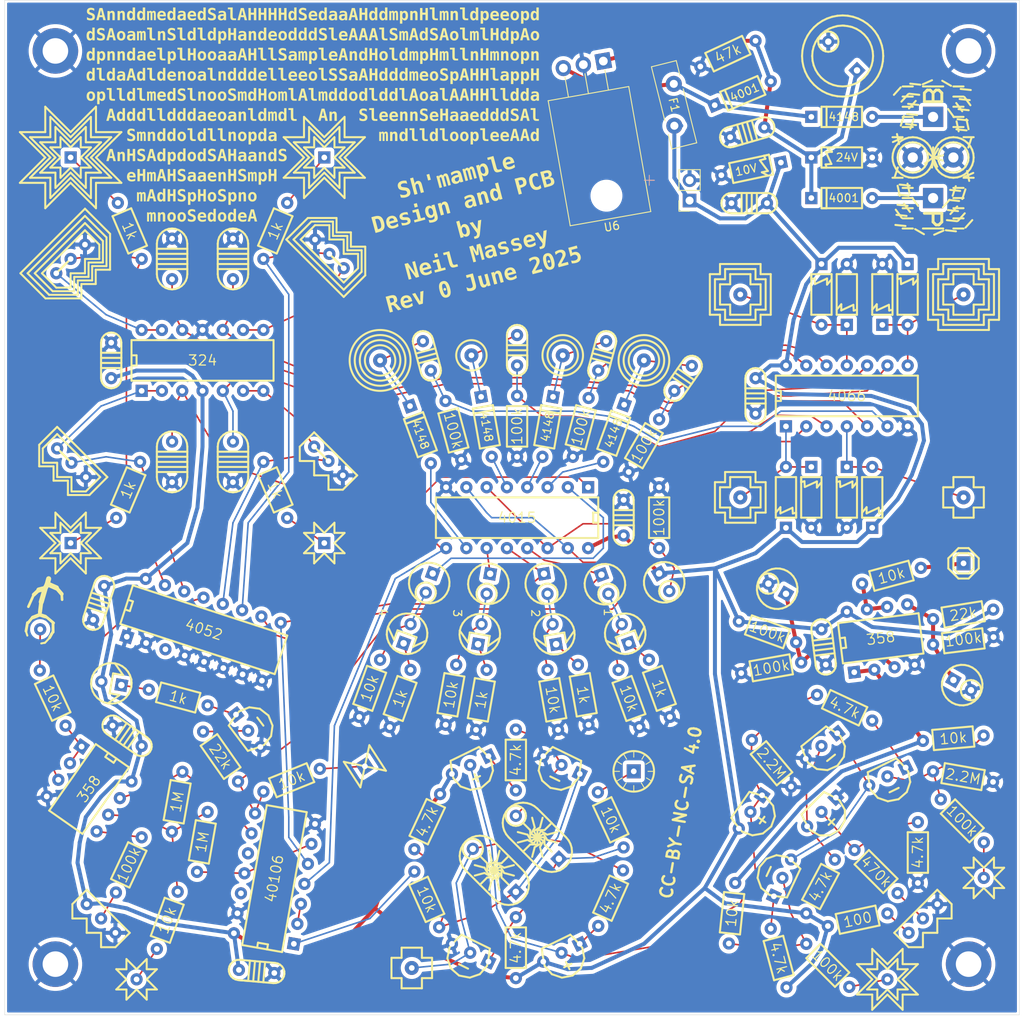
<source format=kicad_pcb>
(kicad_pcb (version 20241229) (generator "pcbnew") (generator_version "9.0")
  (layers (0 "F.Cu" signal) (2 "B.Cu" signal) (13 "F.Paste" user) (15 "B.Paste" user) (5 "F.SilkS" user "F.Silkscreen") (7 "B.SilkS" user "B.Silkscreen") (1 "F.Mask" user) (3 "B.Mask" user) (25 "Edge.Cuts" user))
  (net 0 "")
  (net 1 "GND")
  (net 2 "MIDO")
  (net 3 "Net-(Q6-C)")
  (net 4 "Net-(Q8-C)")
  (net 5 "Net-(Q1-C)")
  (net 6 "Net-(Q1-B)")
  (net 7 "Net-(Q1-E)")
  (net 8 "Net-(Q2-B)")
  (net 9 "+9V")
  (net 10 "Net-(Q4-C)")
  (net 11 "Net-(Q10-B)")
  (net 12 "Net-(R1-Pad1)")
  (net 13 "Pulse")
  (net 14 "Net-(Q7-C)")
  (net 15 "Net-(Q9-B)")
  (net 16 "SW1")
  (net 17 "SW2")
  (net 18 "Q2")
  (net 19 "SW3")
  (net 20 "SW4")
  (net 21 "Net-(Q7-B)")
  (net 22 "Net-(Q9-C)")
  (net 23 "Net-(U5A-+)")
  (net 24 "Net-(U5B-+)")
  (net 25 "Net-(U5C-+)")
  (net 26 "Net-(U5D-+)")
  (net 27 "Net-(D1-K)")
  (net 28 "Net-(D1-A)")
  (net 29 "Net-(D2-K)")
  (net 30 "Net-(D2-A)")
  (net 31 "Net-(D3-A)")
  (net 32 "Net-(D3-K)")
  (net 33 "Net-(D4-K)")
  (net 34 "Net-(D4-A)")
  (net 35 "Net-(D5-K)")
  (net 36 "Net-(Q2-E)")
  (net 37 "Net-(Q4-B)")
  (net 38 "Net-(Q5-B)")
  (net 39 "Net-(Q10-C)")
  (net 40 "Net-(R2-Pad1)")
  (net 41 "Net-(R7-Pad1)")
  (net 42 "Net-(U1A-+)")
  (net 43 "Net-(R8-Pad1)")
  (net 44 "Net-(R15-Pad2)")
  (net 45 "Data")
  (net 46 "Net-(R33-Pad2)")
  (net 47 "Net-(U5A--)")
  (net 48 "Net-(U5B--)")
  (net 49 "Net-(R34-Pad2)")
  (net 50 "Net-(U5C--)")
  (net 51 "Net-(R35-Pad2)")
  (net 52 "Net-(R36-Pad2)")
  (net 53 "Net-(U5D--)")
  (net 54 "Net-(D15-K)")
  (net 55 "Net-(D17-A)")
  (net 56 "Net-(D19-A)")
  (net 57 "Net-(D21-A)")
  (net 58 "Net-(U3A-CP)")
  (net 59 "Hi")
  (net 61 "Net-(D10-K)")
  (net 62 "Net-(D12-K)")
  (net 63 "Net-(D13-K)")
  (net 64 "Net-(D6-A)")
  (net 65 "Net-(D6-K)")
  (net 66 "Net-(D7-K)")
  (net 67 "Batt")
  (net 68 "Net-(D14-K)")
  (net 69 "Net-(D13-A)")
  (net 70 "Net-(D14-A)")
  (net 71 "RST")
  (net 72 "Net-(R41-Pad1)")
  (net 73 "Net-(R46-Pad2)")
  (net 74 "Net-(U1B-+)")
  (net 75 "Q1")
  (net 76 "Net-(U7-X)")
  (net 77 "Net-(R48-Pad2)")
  (net 79 "Net-(R11-Pad2)")
  (net 80 "Net-(U2-Pad2)")
  (net 82 "Net-(R50-Pad1)")
  (net 83 "Net-(U8B-+)")
  (net 84 "Net-(U8B--)")
  (net 85 "Net-(R39-Pad2)")
  (net 86 "Net-(U7-X0)")
  (net 87 "Net-(U8A--)")
  (net 88 "Net-(U3B-Q3)")
  (net 89 "Net-(U3B-Q4)")
  (net 90 "Net-(D10-A)")
  (net 91 "Net-(D12-A)")
  (net 92 "Net-(U7-X1)")
  (net 93 "Net-(U7-X3)")
  (net 94 "Net-(U7-X2)")
  (net 95 "Net-(R49-Pad1)")
  (footprint "diy-nabra:cpoly105" (layer "F.Cu") (at 33.654999 73.025 90)
    (property "Reference" "C10")
    (property "Value" "1uF" (hide yes))
  )
  (footprint "diy-nabra:wsqu4in" (layer "F.Cu") (at 132.715 49.53 -90)
    (property "Reference" "TP10")
    (property "Value" "In-4" (hide yes))
  )
  (footprint "diy-nabra:r3" (layer "F.Cu") (at 94.615 65.155887 -120)
    (property "Reference" "R23")
    (property "Value" "100k")
  )
  (footprint "diy-nabra:r3" (layer "F.Cu") (at 86.995 128.575608 66)
    (property "Reference" "R17")
    (property "Value" "4.7k")
  )
  (footprint "diy-nabra:cel1" (layer "F.Cu") (at 65.405 86.841819 70)
    (property "Reference" "C25")
    (property "Value" "10uF" (hide yes))
  )
  (footprint "diy-nabra:wcirc3in" (layer "F.Cu") (at 92.71 57.785)
    (property "Reference" "TP16")
    (property "Value" "Pls-3" (hide yes))
  )
  (footprint "diy-nabra:r3" (layer "F.Cu") (at 135.255 118.11 135)
    (property "Reference" "R15")
    (property "Value" "100k")
  )
  (footprint "diy-nabra:dip14" (layer "F.Cu") (at 29.845 53.975)
    (property "Reference" "U5")
    (property "Value" "324")
  )
  (footprint "diy-nabra:doz3" (layer "F.Cu") (at 118.11 53.34 90)
    (property "Reference" "D20")
    (property "Value" "9V1" (hide yes))
  )
  (footprint "Package_TO_SOT_THT:TO-220-3_Horizontal_TabDown" (layer "F.Cu") (at 87.63 20.32 -170)
    (property "Reference" "U6")
    (property "Value" "LM7809_TO220")
  )
  (footprint "diy-nabra:r3" (layer "F.Cu") (at 110.557201 136.265355 105)
    (property "Reference" "R9")
    (property "Value" "4.7k")
  )
  (footprint "diy-nabra:r3" (layer "F.Cu") (at 76.680924 135.100917 90)
    (property "Reference" "R18")
    (property "Value" "4.7k")
  )
  (footprint "diy-nabra:do3" (layer "F.Cu") (at 81.333199 62.345765 -100)
    (property "Reference" "D12")
    (property "Value" "4148")
  )
  (footprint "diy-nabra:wnob" (layer "F.Cu") (at 125.838949 129.431052 45)
    (property "Reference" "RV1")
    (property "Value" "B50k" (hide yes))
  )
  (footprint "diy-nabra:r3" (layer "F.Cu") (at 36.776801 121.804235 80)
    (property "Reference" "R11")
    (property "Value" "1M")
  )
  (footprint "diy-nabra:cpoly105" (layer "F.Cu") (at 41.275 73.025 90)
    (property "Reference" "C9")
    (property "Value" "1uF" (hide yes))
  )
  (footprint "diy-nabra:cpoly105" (layer "F.Cu") (at 41.274999 42.545 -90)
    (property "Reference" "C11")
    (property "Value" "1uF" (hide yes))
  )
  (footprint "diy-nabra:wtrin2" (layer "F.Cu") (at 123.19 135.255 90)
    (property "Reference" "TP1")
    (property "Value" "Inv" (hide yes))
  )
  (footprint "diy-nabra:led" (layer "F.Cu") (at 90.805 93.191819 110)
    (property "Reference" "D1")
    (property "Value" "LED" (hide yes))
  )
  (footprint "diy-nabra:do3" (layer "F.Cu") (at 113.665 27.305)
    (property "Reference" "D9")
    (property "Value" "4148")
  )
  (footprint "diy-nabra:wsquin" (layer "F.Cu") (at 63.654077 133.830917 -90)
    (property "Reference" "TP18")
    (property "Value" "Brown" (hide yes))
  )
  (footprint "diy-nabra:doz3" (layer "F.Cu") (at 113.665 71.12 -90)
    (property "Reference" "D18")
    (property "Value" "9V1" (hide yes))
  )
  (footprint "diy-nabra:dip8" (layer "F.Cu") (at 28.575 110.49 -125)
    (property "Reference" "U8")
    (property "Value" "358")
  )
  (footprint "diy-nabra:wcmp_out" (layer "F.Cu") (at 57.785 108.585 33)
    (property "Reference" "TP12")
    (property "Value" "Cmp-Out" (hide yes))
  )
  (footprint "diy-nabra:doz3" (layer "F.Cu") (at 118.11 71.12 -90)
    (property "Reference" "D15")
    (property "Value" "9V1" (hide yes))
  )
  (footprint "diy-nabra:r3" (layer "F.Cu") (at 26.67 77.499247 67)
    (property "Reference" "R34")
    (property "Value" "1k")
  )
  (footprint "diy-nabra:r3" (layer "F.Cu") (at 92.141193 103.680458 110)
    (property "Reference" "R42")
    (property "Value" "10k")
  )
  (footprint "diy-nabra:do3" (layer "F.Cu") (at 63.433807 63.5 -70)
    (property "Reference" "D14")
    (property "Value" "4148")
  )
  (footprint "diy-nabra:wclk_out" (layer "F.Cu") (at 91.44 109.22)
    (property "Reference" "TP20")
    (property "Value" "Clk-Out" (hide yes))
  )
  (footprint "diy-nabra:wvout" (layer "F.Cu") (at 132.715 83.185 180)
    (property "Reference" "TP13")
    (property "Value" "Hi" (hide yes))
  )
  (footprint "diy-nabra:qpnp" (layer "F.Cu") (at 114.935 114.3 45)
    (property "Reference" "Q2")
    (property "Value" "BC557" (hide yes))
  )
  (footprint "diy-nabra:doz3" (layer "F.Cu") (at 110.49 78.74 90)
    (property "Reference" "D17")
    (property "Value" "9V1" (hide yes))
  )
  (footprint "diy-nabra:r3" (layer "F.Cu") (at 67.891801 103.389235 80)
    (property "Reference" "R44")
    (property "Value" "10k")
  )
  (footprint "diy-nabra:cpoly104_small" (layer "F.Cu") (at 106.68 60.0075 -90)
    (property "Reference" "C2")
    (property "Value" "100nF" (hide yes))
  )
  (footprint "diy-nabra:wcircin" (layer "F.Cu") (at 71.12 57.15)
    (property "Reference" "TP14")
    (property "Value" "Pls-1" (hide yes))
  )
  (footprint "diy-nabra:r3" (layer "F.Cu") (at 127.635 105.41 5)
    (property "Reference" "R13")
    (property "Value" "10k")
  )
  (footprint "diy-nabra:r3" (layer "F.Cu") (at 95.951194 102.410458 110)
    (property "Reference" "R25")
    (property "Value" "1k")
  )
  (footprint "MountingHole:MountingHole_3.2mm_M3_ISO7380_Pad" (layer "F.Cu") (at 19.05 133.35)
    (property "Reference" "H4" (hide yes))
    (property "Value" "MountingHole_Pad")
  )
  (footprint "diy-nabra:r3" (layer "F.Cu") (at 104.14 123.19 -96)
    (property "Reference" "R5")
    (property "Value" "10k")
  )
  (footprint "diy-nabra:wnob4" (layer "F.Cu") (at 19.158949 46.881051 45)
    (property "Reference" "RV3")
    (property "Value" "4_W" (hide yes))
  )
  (footprint "diy-nabra:r3" (layer "F.Cu") (at 127 115.57 -90)
    (property "Reference" "R6")
    (property "Value" "4.7k")
  )
  (footprint "diy-nabra:wnob" (layer "F.Cu") (at 22.968949 125.838949 -45)
    (property "Reference" "RV2")
    (property "Value" "B50k" (hide yes))
  )
  (footprint "diy-nabra:cpoly103" (layer "F.Cu") (at 96.52 61.595 55)
    (property "Reference" "C6")
    (property "Value" "10nF" (hide yes))
  )
  (footprint "Fuse:Fuse_Bourns_MF-RG500" (layer "F.Cu") (at 96.450553 23.174287 -76)
    (property "Reference" "F1")
    (property "Value" "500mA")
  )
  (footprint "diy-nabra:wsqu3in" (layer "F.Cu") (at 104.775 49.53 -90)
    (property "Reference" "TP8")
    (property "Value" "In-2" (hide yes))
  )
  (footprint "diy-nabra:wtrin" (layer "F.Cu") (at 135.255 122.555 90)
    (property "Reference" "TP3")
    (property "Value" "Ver" (hide yes))
  )
  (footprint "diy-nabra:cpoly103" (layer "F.Cu") (at 86.995 59.055 75)
    (property "Reference" "C5")
    (property "Value" "10nF" (hide yes))
  )
  (footprint "diy-nabra:qnpn" (layer "F.Cu") (at 43.18 104.14 127)
    (property "Reference" "Q10")
    (property "Value" "BC547" (hide yes))
  )
  (footprint "diy-nabra:powern" (layer "F.Cu") (at 128.905 37.465 90)
    (property "Reference" "J1")
    (property "Value" "Conn_01x04_Socket" (hide yes))
  )
  (footprint "diy-nabra:cel1" (layer "F.Cu") (at 108.290295 85.725 -30)
    (property "Reference" "C1")
    (property "Value" "10uF" (hide yes))
  )
  (footprint "diy-nabra:doz3" (layer "F.Cu") (at 114.935 45.72 -90)
    (property "Reference" "D19")
    (property "Value" "9V1" (hide yes))
  )
  (footprint "diy-nabra:do3" (layer "F.Cu") (at 101.570753 25.837371 23)
    (property "Reference" "D7")
    (property "Value" "4001")
  )
  (footprint "diy-nabra:doz3" (layer "F.Cu") (at 113.665 32.385)
    (property "Reference" "D8")
    (property "Value" "24V")
  )
  (footprint "diy-nabra:r3" (layer "F.Cu") (at 119.071846 119.071846 -45)
    (property "Reference" "R2")
    (property "Value" "470k")
  )
  (footprint "diy-nabra:cpoly104_small" (layer "F.Cu") (at 29.845 106.045 145)
    (property "Reference" "C28")
    (property "Value" "100nF" (hide yes))
  )
  (footprint "diy-nabra:cel1" (layer "F.Cu") (at 95.885 86.654705 120)
    (property "Reference" "C26")
    (property "Value" "10uF" (hide yes))
  )
  (footprint "diy-nabra:led" (layer "F.Cu") (at 71.948934 93.306412 80)
    (property "Reference" "D3")
    (property "Value" "LED" (hide yes))
  )
  (footprint "MountingHole:MountingHole_3.2mm_M3_ISO7380_Pad" (layer "F.Cu") (at 133.35 133.35)
    (property "Reference" "H3" (hide yes))
    (property "Value" "MountingHole_Pad")
  )
  (footprint "diy-nabra:r3" (layer "F.Cu") (at 136.431185 88.97797 -171)
    (property "Reference" "R37")
    (property "Value" "22k")
  )
  (footprint "diy-nabra:qnpn" (layer "F.Cu") (at 110.05155 122.555 -115)
    (property "Reference" "Q1")
    (property "Value" "BC547" (hide yes))
  )
  (footprint "diy-nabra:wsquin" (layer "F.Cu") (at 132.715 74.93 -90)
    (property "Reference" "TP4")
    (property "Value" "In-1" (hide yes))
  )
  (footprint "diy-nabra:r3" (layer "F.Cu") (at 113.03 127 62)
    (property "Reference" "R10")
    (property "Value" "4.7k")
  )
  (footprint "diy-nabra:r3" (layer "F.Cu") (at 30.739646 98.992799 -15)
    (property "Reference" "R32")
    (property "Value" "1k")
  )
  (footprint "diy-nabra:r3" (layer "F.Cu") (at 48.062371 77.499247 113)
    (property "Reference" "R33")
    (property "Value" "1k")
  )
  (footprint "diy-nabra:cel1" (layer "F.Cu") (at 88.265 86.995 110)
    (property "Reference" "C22")
    (property "Value" "10uF" (hide yes))
  )
  (footprint "diy-nabra:r3" (layer "F.Cu") (at 34.356193 124.284542 -110)
    (property "Reference" "R8")
    (property "Value" "10k")
  )
  (footprint "diy-nabra:r3" (layer "F.Cu") (at 26.867629 38.070753 -67)
    (property "Reference" "R36")
    (property "Value" "1k")
  )
  (footprint "diy-nabra:r3" (layer "F.Cu") (at 17.099648 96.598934 -65)
    (property "Reference" "R48")
    (property "Value" "10k")
  )
  (footprint "diy-nabra:r3" (layer "F.Cu") (at 71.701801 104.024235 80)
    (property "Reference" "R27")
    (property "Value" "1k")
  )
  (footprint "diy-nabra:r3" (layer "F.Cu") (at 86.949649 111.838935 -65)
    (property "Reference" "R39")
    (property "Value" "10k")
  )
  (footprint "diy-nabra:cel1" (layer "F.Cu") (at 73.025 86.995 80)
    (property "Reference" "C24")
    (property "Value" "10uF" (hide yes))
  )
  (footprint "diy-nabra:wsqu2in" (layer "F.Cu") (at 104.775 74.93 -90)
    (property "Reference" "TP6")
    (property "Value" "In-3" (hide yes))
  )
  (footprint "diy-nabra:chairy" (layer "F.Cu") (at 71.29277 118.917764 -45)
    (property "Reference" "C8")
    (property "Value" "*" (hide yes))
  )
  (footprint "diy-nabra:dip16" (layer "F.Cu") (at 30.342266 85.125387 -18)
    (property "Reference" "U7")
    (property "Value" "4052")
  )
  (footprint "diy-nabra:doz3" (layer "F.Cu") (at 109.855 33.02 -168)
    (property "Reference" "D11")
    (property "Value" "10V")
  )
  (footprint "MountingHole:MountingHole_3.2mm_M3_ISO7380_Pad" (layer "F.Cu") (at 19.05 19.05)
    (property "Reference" "H1" (hide yes))
    (property "Value" "MountingHole_Pad")
  )
  (footprint "diy-nabra:r3" (layer "F.Cu") (at 106.226958 105.287742 -50)
    (property "Reference" "R16")
    (property "Value" "2.2M")
  )
  (footprint "diy-nabra:r3" (layer "F.Cu") (at 57.083807 102.410458 70)
    (property "Reference" "R45")
    (property "Value" "10k")
  )
  (footprint "diy-nabra:chairy" (layer "F.Cu") (at 76.680924 114.780917 -45)
    (property "Reference" "C3")
    (property "Value" "*" (hide yes))
  )
  (footprint "diy-nabra:cpoly104_small" (layer "F.Cu") (at 42.021081 134.074164 -5)
    (property "Reference" "C14")
    (property "Value" "100nF" (hide yes))
  )
  (footprint "diy-nabra:qnpn" (layer "F.Cu") (at 114.935 106.045 39)
    (property "Reference" "Q3")
    (property "Value" "BC547" (hide yes))
  )
  (footprint "diy-nabra:qnpn" (layer "F.Cu") (at 82.395924 108.428463 -26)
    (property "Reference" "Q9")
    (property "Value" "BC547" (hide yes))
  )
  (footprint "diy-nabra:wcirc4in" (layer "F.Cu") (at 59.69 57.785)
    (property "Reference" "TP17")
    (property "Value" "Pls-4" (hide yes))
  )
  (footprint "diy-nabra:r3" (layer "F.Cu") (at 34.9516 109.277883 -100)
    (property "Reference" "R46")
    (property "Value" "1M")
  )
  (footprint "diy-nabra:dip14" (layer "F.Cu") (at 41.390765 129.4868 80)
    (property "Reference" "U2")
    (property "Value" "40106")
  )
  (footprint "diy-nabra:r3" (layer "F.Cu") (at 85.7922 62.489645 -105)
    (property "Reference" "R22")
    (property "Value" "100k")
  )
  (footprint "diy-nabra:qpnp" (layer "F.Cu") (at 82.395924 131.925917 26)
    (property "Reference" "Q6")
    (property "Value" "BC557" (hide yes))
  )
  (footprint "diy-nabra:r3" (layer "F.Cu") (at 76.680924 111.605917 90)
    (property "Reference" "R20")
    (property "Value" "4.7k")
  )
  (footprint "diy-nabra:cpoly104_small" (layer "F.Cu") (at 26.035 60.0075 90)
    (property "Reference" "C16")
    (property "Value" "100nF" (hide yes))
  )
  (footprint "diy-nabra:qnpn" (layer "F.Cu") (at 123.19 109.855 26)
    (property "Reference" "Q4")
    (property "Value" "BC547" (hide yes))
  )
  (footprint "diy-nabra:cpoly104_small" (layer "F.Cu") (at 90.17 79.6925 90)
    (property "Reference" "C13")
    (property "Value" "100nF" (hide yes))
  )
  (footprint "diy-nabra:wnob3" (layer "F.Cu") (at 55.136051 46.246051 135)
    (property "Reference" "RV4")
    (property "Value" "3_W" (hide yes))
  )
  (footprint "diy-nabra:cpoly104_small" (layer "F.Cu") (at 23.777786 90.252253 72)
    (property "Reference" "C27")
    (property "Value" "100nF" (hide yes))
  )
  (footprint "diy-nabra:r3" (layer "F.Cu") (at 128.905 109.22 -10)
    (property "Reference" "R14")
    (property "Value" "2.2M")
  )
  (footprint "diy-nabra:cpoly105" (layer "F.Cu") (at 33.654999 42.545 -90)
    (property "Reference" "C12")
    (property "Value" "1uF" (hide yes))
  )
  (footprint "diy-nabra:r3" (layer "F.Cu") (at 48.062371 38.070753 -113)
    (property "Reference" "R35")
    (property "Value" "1k")
  )
  (footprint "diy-nabra:r3" (layer "F.Cu") (at 60.893807 103.680458 70)
    (property "Reference" "R28")
    (property "Value" "1k")
  )
  (footprint "diy-nabra:r3" (layer "F.Cu") (at 67.877799 62.865 -75)
    (property "Reference" "R24")
    (property "Value" "100k")
  )
  (footprint "diy-nabra:wnob1" (layer "F.Cu") (at 51.435 68.58 -45)
    (property "Reference" "RV6")
    (property "Value" "1_W" (hide yes))
  )
  (footprint "diy-nabra:r3" (layer "F.Cu") (at 29.845 117.475 -115)
    (property "Reference" "R7")
    (property "Value" "100k")
  )
  (footprint "MountingHole:MountingHole_3.2mm_M3_ISO7380_Pad" (layer "F.Cu") (at 133.35 19.05)
    (property "Reference" "H2" (hide yes))
    (property "Value" "MountingHole_Pad")
  )
  (footprint "diy-nabra:cpoly103" (layer "F.Cu") (at 76.835 58.42 90)
    (property "Reference" "C4")
    (property "Value" "10nF" (hide yes))
  )
  (footprint "diy-nabra:qpnp" (layer "F.Cu") (at 106.045 114.3 55)
    (property "Reference" "Q5")
    (property "Value" "BC557" (hide yes))
  )
  (footprint "diy-nabra:r3" (layer "F.Cu") (at 76.835 62.23 -90)
    (property "Reference" "R21")
    (property "Value" "100k")
  )
  (footprint "diy-nabra:r3" (layer "F.Cu") (at 99.773935 21.000351 25)
    (property "Reference" "R31")
    (property "Value" "47k")
  )
  (footprint "diy-nabra:do3" (layer "F.Cu") (at 113.665 37.465)
    (property "Reference" "D6")
    (property "Value" "4001")
  )
  (footprint "diy-nabra:r3" (layer "F.Cu") (at 113.03 130.81 -45)
    (property "Reference" "R1")
    (property "Value" "100k")
  )
  (footprint "diy-nabra:dip8" (layer "F.Cu") (at 118.11 89.250443 7)
    (property "Reference" "U1")
    (property "Value" "358")
  )
  (footprint "diy-nabra:wnob2" (layer "F.Cu") (at 19.267898 68.797898 -45)
    (property "Reference" "RV5")
    (property "Value" "2_W" (hide yes))
  )
  (footprint "diy-nabra:r3" (layer "F.Cu") (at 94.615 81.28 90)
    (property "Reference" "R47")
    (property "Value" "100k")
  )
  (footprint "diy-nabra:doz3" (layer "F.Cu") (at 122.555 53.34 90)
    (property "Reference" "D22")
    (property "Value" "9V1" (hide yes))
  )
  (footprint "diy-nabra:led" (layer "F.Cu") (at 27.305 98.425 170)
    (property "Reference" "D5")
    (property "Value" "LED" (hide yes))
  )
  (footprint "diy-nabra:wtrin" (layer "F.Cu") (at 52.705 80.645 -90)
    (property "Reference" "TP5")
    (property "Value" "Out-1" (hide yes))
  )
  (footprint "diy-nabra:doz3" (layer "F.Cu") (at 121.285 78.74 90)
    (property "Reference" "D16")
    (property "Value" "9V1" (hide yes))
  )
  (footprint "diy-nabra:qpnp" (layer "F.Cu") (at 70.965924 108.428463 26)
    (property "Reference" "Q8")
    (property "Value" "BC557" (hide yes))
  )
  (footprint "diy-nabra:cel1" (layer "F.Cu") (at 133.644705 99.06 150)
    (property "Reference" "C17")
    (property "Value" "10uF" (hide yes))
  )
  (footprint "diy-nabra:cpoly104_small" (layer "F.Cu") (at 103.505 29.845 16)
    (property "Reference" "C20")
    (property "Value" "100nF" (hide yes))
  )
  (footprint "diy-nabra:cel2" (layer "F.Cu") (at 115.787898 17.888942 -45)
    (property "Reference" "C19")
    (property "Value" "2200uF" (hide yes))
  )
  (footprint "diy-nabra:do3" (layer "F.Cu") (at 90.236193 63.324542 -110)
    (property "Reference" "D13")
    (property "Value" "4148")
  )
  (footprint "diy-nabra:dip14" (layer "F.Cu") (at 110.49 58.42)
    (property "Reference" "U4")
    (property "Value" "4066")
  )
  (footprint "Connector_PinSocket_2.54mm:PinSocket_1x02_P2.54mm_Vertical" (layer "F.Cu") (at 98.425 37.779287 180)
    (property "Reference" "J2" (hide yes))
    (property "Value" "PowerOut")
  )
  (footprint "diy-nabra:r3" (layer "F.Cu") (at 114.378935 99.649649 -25)
    (property "Reference" "R12")
    (property "Value" "4.7k")
  )
  (footprint "diy-nabra:do3" (layer "F.Cu") (at 72.336801 62.345765 -80)
    (property "Reference" "D10")
    (property "Value" "4148")
  )
  (footprint "diy-nabra:r3" (layer "F.Cu") (at 45.085 111.76 22)
    (property "Reference" "R49")
    (property "Value" "10k")
  )
  (footprint "diy-nabra:r3" (layer "F.Cu") (at 115.736514 128.584288 12)
    (property "Reference" "R41")
    (property "Value" "100")
  )
  (footprint "diy-nabra:cpoly104_small" (layer "F.Cu") (at 103.671515 38.1)
    (property "Reference" "C21")
    (property "Value" "100nF" (hide yes))
  )
  (footprint "diy-nabra:r3" (layer "F.Cu") (at 41.91 110.49 125)
    (property "Reference" "R30")
    (property "Value" "22k")
  )
  (footprint "diy-nabra:wtrin2" (layer "F.Cu") (at 20.955 80.645 -90)
    (property "Reference" "TP7")
    (property "Value" "Out-2" (hide yes))
  )
  (footprint "diy-nabra:r3" (layer "F.Cu") (at 112.395 95.600443 -170)
    (property "Reference" "R4")
    (property "Value" "100k")
  )
  (footprint "diy-nabra:wtrin3" (layer "F.Cu") (at 52.705 32.385 -90)
    (property "Reference" "TP9")
    (property "Value" "Out-3" (hide yes))
  )
  (footprint "diy-nabra:cel1" (layer "F.Cu") (at 80.645 86.995 100)
    (property "Reference" "C23")
    (property "Value" "10uF" (hide yes))
  )
  (footprint "diy-nabra:qnpn" (layer "F.Cu") (at 70.965924 131.925917 -26)
    (property "Reference" "Q7")
    (property "Value" "BC547" (hide yes))
  )
  (footprint "diy-nabra:r3" (layer "F.Cu") (at 81.968199 104.024235 100)
    (property "Reference" "R43")
    (property "Value" "10k")
  )
  (footprint "diy-nabra:r3" (layer "F.Cu") (at 63.980924 121.765917 -66)
    (property "Reference" "R19")
    (property "Value" "10k")
  )
  (footprint "diy-nabra:r3" (layer "F.Cu") (at 104.599542 90.45425 -20)
    (property "Reference" "R3")
    (property "Value" "100k")
  )
  (footprint "diy-nabra:led" (layer "F.Cu") (at 62.631269 93.191819 70)
    (property "Reference" "D4")
    (property "Value" "LED" (hide yes))
  )
  (footprint "diy-nabra:r3" (layer "F.Cu") (at 67.201276 112.065459 -115)
    (property "Reference" "R29")
    (property "Value" "4.7k")
  )
  (footprint "diy-nabra:dip16" (layer "F.Cu") (at 85.725 81.28 180)
    (property "Reference" "U3")
    (property "Value" "4015")
  )
  (footprint "diy-nabra:r3" (layer "F.Cu") (at 128.905 93.345 7)
    (property "Reference" "R38")
    (property "Value" "100k")
  )
  (footprint "diy-nabra:wtrin4" (layer "F.Cu") (at 20.955 32.385 -90)
    (property "Reference" "TP11")
    (property "Value" "Out-4" (hide yes))
  )
  (footprint "diy-nabra:cpoly103" (layer "F.Cu") (at 66.04 59.055 105)
    (property "Reference" "C7")
    (property "Value" "10nF" (hide yes))
  )
  (footprint "diy-nabra:r3" (layer "F.Cu") (at 85.778199 103.389235 100)
    (property "Reference" "R26")
    (property "Value" "1k")
  )
  (footprint "diy-nabra:doz3" (layer "F.Cu") (at 125.714 45.72 -90)
    (property "Reference" "D21")
    (property "Value" "9V1" (hide yes))
  )
  (footprint "diy-nabra:wcirc2in" (layer "F.Cu") (at 82.55 57.15)
    (property "Reference" "TP15")
    (property "Value" "Pls-2" (hide yes))
  )
  (footprint "diy-nabra:r3" (layer "F.Cu") (at 120.015 85.725 15)
    (property "Reference" "R50")
    (property "Value" "10k")
  )
  (footprint "diy-nabra:cpoly104_small" (layer "F.Cu") (at 114.935 91.44 -83)
    (property "Reference" "C15")
    (property "Value" "100nF" (hide yes))
  )
  (footprint "diy-nabra:wtrin" (layer "F.Cu") (at 29.21 135.255)
    (property "Reference" "TP2")
    (property "Value" "Data" (hide yes))
  )
  (footprint "diy-nabra:wpod" (layer "F.Cu") (at 17.145 91.44 -10)
    (property "Reference" "TP19")
    (property "Value" "All-Out" (hide yes))
  )
  (footprint "diy-nabra:led" (layer "F.Cu") (at 81.721066 93.306412 100)
    (property "Reference" "D2")
    (property "Value" "LED" (hide yes))
  )
  (gr_line (start 51.435 68.58) (end 53.34 70.485) (stroke (width 0.254)) (layer "F.SilkS"))
  (gr_line (start 20.955 70.485) (end 19.685 69.215) (stroke (width 0.254)) (layer "F.SilkS"))
  (gr_line (start 19.05 46.99) (end 20.955 45.085) (stroke (width 0.254)) (layer "F.SilkS"))
  (gr_line (start 53.34 44.45) (end 55.245 46.355) (stroke (width 0.254)) (layer "F.SilkS"))
  (gr_line (start 93.384515 35.239287) (end 93.384515 35.874287) (stroke (width 0.1)) (layer "B.SilkS"))
  (gr_line (start 94.019515 35.239287) (end 93.384515 35.239287) (stroke (width 0.1)) (layer "B.SilkS"))
  (gr_line (start 93.384515 35.239287) (end 93.384515 34.604287) (stroke (width 0.1)) (layer "B.SilkS"))
  (gr_line (start 92.749515 35.239287) (end 94.019515 35.239287) (stroke (width 0.1)) (layer "B.SilkS"))
  (gr_rect (start 12.7 12.7) (end 139.7 139.7) (stroke (width 0.05)) (fill no) (layer "Edge.Cuts"))
  (gr_text "SAnnddmedaedSalAHHHHdSedaaAHddmpnHlmnldpeeopd\ndSAoamlnSldldpHandeodddSleAAAlSmAdSAolmlHdpAo\ndpnndaelplHooaaAHllSampleAndHoldmpHmllnHmnopn\ndldaAdldenoalndddelleeolSSaAHdddmeoSpAHHlappH\noplldlmedSlnooSmdHomlAlmddodlddlAoalAAHHlldda\n  Adddlldddaeoanldmdl  An  SleennSeHaaedddSAl\n    Smnddoldllnopda          mndlldloopleeAAd\n  AnHSAdpdodSAHaandS\n    eHmAHSaaenHSmpH\n     mAdHSpHoSpno\n      mnooSedodeA\n\n" (at 22.86 43.18 0) (layer "F.SilkS") (effects (font (size 1.5 1.5) (thickness 0.3) (bold yes)) (justify left bottom)))
  (gr_text "3" (at 68.773934 88.861412 270) (layer "F.SilkS") (effects (font (size 1 1)) (justify left bottom)))
  (gr_text "1" (at 87.63 88.746819 270) (layer "F.SilkS") (effects (font (size 1 1)) (justify left bottom)))
  (gr_text "2" (at 78.546066 88.861412 270) (layer "F.SilkS") (effects (font (size 1 1)) (justify left bottom)))
  (gr_text "Sh'mample\nDesign and PCB\nby\nNeil Massey\nRev 0 June 2025" (at 73.025 48.895 15) (layer "F.SilkS") (effects (font (size 2 2) (thickness 0.3) (bold yes)) (justify bottom)))
  (gr_text "4" (at 59.456269 88.746819 270) (layer "F.SilkS") (effects (font (size 1 1)) (justify left bottom)))
  (gr_text "CC-BY-NC-SA 4.0" (at 96.266 125.476 80) (layer "F.SilkS") (effects (font (size 1.5 1.5) (thickness 0.3) (bold yes)) (justify left bottom)))
  (segment (start 121.559711 96.504096) (end 127.635 105.41) (width 0.5) (layer "F.Cu") (net 2))
  (segment (start 119.038644 96.813645) (end 121.559711 96.504096) (width 0.5) (layer "F.Cu") (net 2))
  (segment (start 117.475 109.22) (end 127.635 105.41) (width 0.5) (layer "B.Cu") (net 2))
  (segment (start 104.14 123.19) (end 112.395 113.665) (width 0.5) (layer "B.Cu") (net 2))
  (segment (start 112.395 113.665) (end 117.475 109.22) (width 0.5) (layer "B.Cu") (net 2))
  (segment (start 84.678861 130.812454) (end 86.995 128.575608) (width 0.2) (layer "F.Cu") (net 3))
  (segment (start 76.680924 111.605917) (end 73.248861 107.315) (width 0.2) (layer "F.Cu") (net 4))
  (segment (start 108.9781 124.857022) (end 108.585 128.905) (width 0.2) (layer "F.Cu") (net 5))
  (segment (start 103.343493 130.768257) (end 108.585 131.445) (width 0.2) (layer "F.Cu") (net 6))
  (segment (start 111.125 127) (end 110.05155 122.555) (width 0.2) (layer "F.Cu") (net 6))
  (segment (start 108.585 131.445) (end 113.03 130.81) (width 0.2) (layer "F.Cu") (net 6))
  (segment (start 113.03 130.81) (end 111.125 127) (width 0.2) (layer "F.Cu") (net 6))
  (segment (start 120.907064 110.968463) (end 116.908951 104.446526) (width 0.2) (layer "F.Cu") (net 7))
  (segment (start 111.125 120.252978) (end 116.84 116.84) (width 0.2) (layer "B.Cu") (net 7))
  (segment (start 116.84 116.84) (end 120.907064 110.968463) (width 0.2) (layer "B.Cu") (net 7))
  (segment (start 119.071846 119.071846) (end 123.19 116.205) (width 0.2) (layer "F.Cu") (net 8))
  (segment (start 119.071846 119.071846) (end 114.935 114.3) (width 0.2) (layer "F.Cu") (net 8))
  (segment (start 123.19 116.205) (end 127 115.57) (width 0.2) (layer "F.Cu") (net 8))
  (segment (start 59.055 126.365) (end 62.23 128.905) (width 0.5) (layer "F.Cu") (net 9))
  (segment (start 61.976 118.364) (end 67.201276 112.065459) (width 0.5) (layer "F.Cu") (net 9))
  (segment (start 50.038 132.588) (end 53.467 131.572) (width 0.5) (layer "F.Cu") (net 9))
  (segment (start 59.055 126.365) (end 61.976 118.364) (width 0.5) (layer "F.Cu") (net 9))
  (segment (start 88.265 80.01) (end 90.17 79.6925) (width 0.5) (layer "F.Cu") (net 9))
  (segment (start 85.725 81.28) (end 88.265 80.01) (width 0.5) (layer "F.Cu") (net 9))
  (segment (start 45.72 132.08) (end 50.038 132.588) (width 0.5) (layer "F.Cu") (net 9))
  (segment (start 72.350312 134.659688) (end 76.680924 135.100917) (width 0.5) (layer "F.Cu") (net 9))
  (segment (start 56.0705 129.54) (end 59.055 126.365) (width 0.5) (layer "F.Cu") (net 9))
  (segment (start 62.23 128.905) (end 66.675 132.08) (width 0.5) (layer "F.Cu") (net 9))
  (segment (start 53.467 131.572) (end 56.0705 129.54) (width 0.5) (layer "F.Cu") (net 9))
  (segment (start 41.390765 129.4868) (end 45.72 132.08) (width 0.5) (layer "F.Cu") (net 9))
  (segment (start 66.675 132.08) (end 72.350312 134.659688) (width 0.5) (layer "F.Cu") (net 9))
  (segment (start 90.17 79.6925) (end 94.615 84.455) (width 0.5) (layer "F.Cu") (net 9))
  (segment (start 102.235 40.005) (end 105.41 40.005) (width 0.5) (layer "B.Cu") (net 9))
  (segment (start 104.599542 90.45425) (end 114.935 91.44) (width 0.5) (layer "B.Cu") (net 9))
  (segment (start 98.425 37.779287) (end 102.235 40.005) (width 0.5) (layer "B.Cu") (net 9))
  (segment (start 27.95765 126.365) (end 31.115 127.635) (width 0.5) (layer "B.Cu") (net 9))
  (segment (start 110.49 78.74) (end 112.522 80.518) (width 0.5) (layer "B.Cu") (net 9))
  (segment (start 22.098 118.11) (end 21.8186 120.65) (width 0.5) (layer "B.Cu") (net 9))
  (segment (start 114.935 131.445) (end 113.665 133.35) (width 0.5) (layer "B.Cu") (net 9))
  (segment (start 26.67 110.49) (end 24.765 112.395) (width 0.5) (layer "B.Cu") (net 9))
  (segment (start 96.52 28.413101) (end 96.52 34.925) (width 0.5) (layer "B.Cu") (net 9))
  (segment (start 123.952 43.688) (end 125.714 45.72) (width 0.5) (layer "B.Cu") (net 9))
  (segment (start 101.6 83.82) (end 106.68 81.915) (width 0.5) (layer "B.Cu") (net 9))
  (segment (start 29.21 102.87) (end 26.67 100.965) (width 0.5) (layer "B.Cu") (net 9))
  (segment (start 36.195 59.69) (end 37.465 61.595) (width 0.5) (layer "B.Cu") (net 9))
  (segment (start 109.855 33.02) (end 108.116515 38.1) (width 0.5) (layer "B.Cu") (net 9))
  (segment (start 108.116515 38.1) (end 114.935 45.72) (width 0.5) (layer "B.Cu") (net 9))
  (segment (start 112.522 80.518) (end 119.38 80.518) (width 0.5) (layer "B.Cu") (net 9))
  (segment (start 113.03 48.26) (end 114.935 45.72) (width 0.5) (layer "B.Cu") (net 9))
  (segment (start 36.83 76.2) (end 37.465 68.58) (width 0.5) (layer "B.Cu") (net 9))
  (segment (start 127.254 69.342) (end 126.238 72.136) (width 0.5) (layer "B.Cu") (net 9))
  (segment (start 113.665 133.35) (end 110.557201 136.265355) (width 0.5) (layer "B.Cu") (net 9))
  (segment (start 96.52 34.925) (end 98.425 37.779287) (width 0.5) (layer "B.Cu") (net 9))
  (segment (start 94.615 84.455) (end 101.6 83.82) (width 0.5) (layer "B.Cu") (net 9))
  (segment (start 25.4 100.33) (end 24.803588 97.983934) (width 0.5) (layer "B.Cu") (net 9))
  (segment (start 101.6 97.028) (end 101.6 83.82) (width 0.5) (layer "B.Cu") (net 9))
  (segment (start 83.185 133.985) (end 86.192895 133.817895) (width 0.5) (layer "B.Cu") (net 9))
  (segment (start 125.984 63.754) (end 127.508 65.786) (width 0.5) (layer "B.Cu") (net 9))
  (segment (start 100.33 123.825) (end 104.588116 116.380646) (width 0.5) (layer "B.Cu") (net 9))
  (segment (start 80.112987 133.03938) (end 83.185 133.985) (width 0.5) (layer "B.Cu") (net 9))
  (segment (start 35.261211 59.055) (end 36.195 59.69) (width 0.5) (layer "B.Cu") (net 9))
  (segment (start 92.71 130.81) (end 100.33 123.825) (width 0.5) (layer "B.Cu") (net 9))
  (segment (start 102.87 125.73) (end 113.03 127) (width 0.5) (layer "B.Cu") (net 9))
  (segment (start 114.935 45.72) (end 117.094 43.688) (width 0.5) (layer "B.Cu") (net 9))
  (segment (start 35.56 80.645) (end 36.83 76.2) (width 0.5) (layer "B.Cu") (net 9))
  (segment (start 21.8186 120.65) (end 22.968949 125.838949) (width 0.5) (layer "B.Cu") (net 9))
  (segment (start 115.736514 128.584288) (end 114.935 131.445) (width 0.5) (layer "B.Cu") (net 9))
  (segment (start 106.68 60.0075) (end 108.585 58.42) (width 0.5) (layer "B.Cu") (net 9))
  (segment (start 119.38 80.518) (end 121.285 78.74) (width 0.5) (layer "B.Cu") (net 9))
  (segment (start 121.285 91.155443) (end 130.81 92.075) (width 0.5) (layer "B.Cu") (net 9))
  (segment (start 26.67 100.965) (end 25.4 100.33) (width 0.5) (layer "B.Cu") (net 9))
  (segment (start 30.342266 85.125387) (end 35.56 80.645) (width 0.5) (layer "B.Cu") (net 9))
  (segment (start 127.762 67.818) (end 127.254 69.342) (width 0.5) (layer "B.Cu") (net 9))
  (segment (start 24.765 125.73) (end 27.95765 126.365) (width 0.5) (layer "B.Cu") (net 9))
  (segment (start 100.33 123.825) (end 102.87 125.73) (width 0.5) (layer "B.Cu") (net 9))
  (segment (start 24.803588 97.983934) (end 26.035 92.075) (width 0.5) (layer "B.Cu") (net 9))
  (segment (start 26.035 60.0075) (end 29.21 59.055) (width 0.5) (layer "B.Cu") (net 9))
  (segment (start 104.599542 90.45425) (end 101.6 83.82) (width 0.5) (layer "B.Cu") (net 9))
  (segment (start 29.845 106.045) (end 29.21 102.87) (width 0.5) (layer "B.Cu") (net 9))
  (segment (start 106.68 81.915) (end 110.49 78.74) (width 0.5) (layer "B.Cu") (net 9))
  (segment (start 76.680924 135.100917) (end 80.112987 133.03938) (width 0.5) (layer "B.Cu") (net 9))
  (segment (start 33.02 128.27) (end 41.390765 129.4868) (width 0.5) (layer "B.Cu") (net 9))
  (segment (start 124.46 75.184) (end 121.285 78.74) (width 0.5) (layer "B.Cu") (net 9))
  (segment (start 29.21 59.055) (end 35.261211 59.055) (width 0.5) (layer "B.Cu") (net 9))
  (segment (start 114.935 91.44) (end 118.11 89.250443) (width 0.5) (layer "B.Cu") (net 9))
  (segment (start 108.585 58.42) (end 110.49 58.42) (width 0.5) (layer "B.Cu") (net 9))
  (segment (start 24.765 112.395) (end 22.86 114.935) (width 0.5) (layer "B.Cu") (net 9))
  (segment (start 104.588116 116.380646) (end 101.6 97.028) (width 0.5) (layer "B.Cu") (net 9))
  (segment (start 117.094 43.688) (end 123.952 43.688) (width 0.5) (layer "B.Cu") (net 9))
  (segment (start 113.03 127) (end 115.736514 128.584288) (width 0.5) (layer "B.Cu") (net 9))
  (segment (start 96.52 28.413101) (end 97.390962 28.413101) (width 0.5) (layer "B.Cu") (net 9))
  (segment (start 28.575 110.49) (end 26.67 110.49) (width 0.5) (layer "B.Cu") (net 9))
  (segment (start 110.236 61.976) (end 121.158 62.23) (width 0.5) (layer "B.Cu") (net 9))
  (segment (start 106.68 60.0075) (end 110.236 61.976) (width 0.5) (layer "B.Cu") (net 9))
  (segment (start 22.968949 125.838949) (end 24.765 125.73) (width 0.5) (layer "B.Cu") (net 9))
  (segment (start 127.508 65.786) (end 127.762 67.818) (width 0.5) (layer "B.Cu") (net 9))
  (segment (start 37.465 68.58) (end 37.465 61.595) (width 0.5) (layer "B.Cu") (net 9))
  (segment (start 26.035 92.075) (end 25.151367 86.024807) (width 0.5) (layer "B.Cu") (net 9))
  (segment (start 41.390765 129.4868) (end 42.021081 134.074164) (width 0.5) (layer "B.Cu") (net 9))
  (segment (start 121.158 62.23) (end 125.984 63.754) (width 0.5) (layer "B.Cu") (net 9))
  (segment (start 22.86 114.935) (end 22.098 118.11) (width 0.5) (layer "B.Cu") (net 9))
  (segment (start 86.192895 133.817895) (end 92.71 130.81) (width 0.5) (layer "B.Cu") (net 9))
  (segment (start 28.575 110.49) (end 29.845 106.045) (width 0.5) (layer "B.Cu") (net 9))
  (segment (start 130.81 92.075) (end 136.431185 88.97797) (width 0.5) (layer "B.Cu") (net 9))
  (segment (start 67.201276 112.065459) (end 68.682987 109.541926) (width 0.5) (layer "B.Cu") (net 9))
  (segment (start 126.238 72.136) (end 124.46 75.184) (width 0.5) (layer "B.Cu") (net 9))
  (segment (start 25.151367 86.024807) (end 27.94 85.09) (width 0.5) (layer "B.Cu") (net 9))
  (segment (start 110.49 58.42) (end 111.4425 52.705) (width 0.5) (layer "B.Cu") (net 9))
  (segment (start 31.115 127.635) (end 33.02 128.27) (width 0.5) (layer "B.Cu") (net 9))
  (segment (start 118.11 89.250443) (end 121.285 91.155443) (width 0.5) (layer "B.Cu") (net 9))
  (segment (start 105.41 40.005) (end 108.116515 38.1) (width 0.5) (layer "B.Cu") (net 9))
  (segment (start 111.4425 52.705) (end 113.03 48.26) (width 0.5) (layer "B.Cu") (net 9))
  (segment (start 27.94 85.09) (end 30.342266 85.125387) (width 0.5) (layer "B.Cu") (net 9))
  (segment (start 121.285 102.87) (end 125.472937 108.741537) (width 0.2) (layer "F.Cu") (net 10))
  (segment (start 37.539347 104.248061) (end 43.18 104.14) (width 0.2) (layer "F.Cu") (net 11))
  (segment (start 118.418154 136.198154) (end 123.19 135.255) (width 0.2) (layer "F.Cu") (net 12))
  (segment (start 58.42 127.635) (end 63.980924 121.765917) (width 0.2) (layer "B.Cu") (net 13))
  (segment (start 48.895 130.81) (end 58.42 127.635) (width 0.2) (layer "B.Cu") (net 13))
  (segment (start 73.248861 133.03938) (end 76.680924 127.480917) (width 0.2) (layer "F.Cu") (net 14))
  (segment (start 76.680924 127.480917) (end 80.01 123.825) (width 0.2) (layer "F.Cu") (net 14))
  (segment (start 80.01 123.825) (end 82.069077 120.169071) (width 0.2) (layer "F.Cu") (net 14))
  (segment (start 82.069078 120.169071) (end 86.36 120.015) (width 0.2) (layer "B.Cu") (net 14))
  (segment (start 86.36 120.015) (end 90.17 118.745) (width 0.2) (layer "B.Cu") (net 14))
  (segment (start 76.680924 114.780917) (end 82.395924 108.428463) (width 0.2) (layer "F.Cu") (net 15))
  (segment (start 80.645 105.41) (end 82.395924 108.428463) (width 0.2) (layer "F.Cu") (net 15))
  (segment (start 76.680924 103.985917) (end 80.645 105.41) (width 0.2) (layer "F.Cu") (net 15))
  (segment (start 90.805 66.675) (end 94.615 68.58) (width 0.2) (layer "F.Cu") (net 16))
  (segment (start 101.6 66.675) (end 104.14 64.135) (width 0.2) (layer "F.Cu") (net 16))
  (segment (start 106.68 62.865) (end 117.475 62.865) (width 0.2) (layer "F.Cu") (net 16))
  (segment (start 76.835 62.23) (end 80.01 64.77) (width 0.2) (layer "F.Cu") (net 16))
  (segment (start 117.475 62.865) (end 120.65 66.04) (width 0.2) (layer "F.Cu") (net 16))
  (segment (start 80.01 64.77) (end 83.787827 64.77) (width 0.2) (layer "F.Cu") (net 16))
  (segment (start 104.14 64.135) (end 106.68 62.865) (width 0.2) (layer "F.Cu") (net 16))
  (segment (start 94.615 68.58) (end 101.6 66.675) (width 0.2) (layer "F.Cu") (net 16))
  (segment (start 87.63 65.405) (end 90.805 66.675) (width 0.2) (layer "F.Cu") (net 16))
  (segment (start 83.787827 64.77) (end 87.63 65.405) (width 0.2) (layer "F.Cu") (net 16))
  (segment (start 76.835 62.23) (end 76.835 58.42) (width 0.2) (layer "B.Cu") (net 16))
  (segment (start 115.57 58.42) (end 113.919 56.769) (width 0.2) (layer "F.Cu") (net 17))
  (segment (start 113.919 56.769) (end 110.49 55.88) (width 0.2) (layer "F.Cu") (net 17))
  (segment (start 110.49 55.88) (end 90.805 55.88) (width 0.2) (layer "F.Cu") (net 17))
  (segment (start 90.805 55.88) (end 86.995 59.055) (width 0.2) (layer "F.Cu") (net 17))
  (segment (start 85.7922 62.489645) (end 86.995 59.055) (width 0.2) (layer "B.Cu") (net 17))
  (segment (start 75.565 88.265) (end 80.203934 84.493588) (width 0.2) (layer "F.Cu") (net 18))
  (segment (start 47.252051 90.619709) (end 60.96 88.265) (width 0.2) (layer "F.Cu") (net 18))
  (segment (start 75.565 81.28) (end 80.203934 84.493588) (width 0.2) (layer "F.Cu") (net 18))
  (segment (start 60.96 88.265) (end 75.565 88.265) (width 0.2) (layer "F.Cu") (net 18))
  (segment (start 48.26 114.935) (end 48.26 117.475) (width 0.2) (layer "B.Cu") (net 18))
  (segment (start 47.252051 90.619709) (end 48.26 114.935) (width 0.2) (layer "B.Cu") (net 18))
  (segment (start 48.26 117.475) (end 50.659266 120.804352) (width 0.2) (layer "B.Cu") (net 18))
  (segment (start 96.52 61.595) (end 101.6 58.42) (width 0.2) (layer "F.Cu") (net 19))
  (segment (start 107.315 56.515) (end 110.49 56.515) (width 0.2) (layer "F.Cu") (net 19))
  (segment (start 101.6 58.42) (end 107.315 56.515) (width 0.2) (layer "F.Cu") (net 19))
  (segment (start 110.49 56.515) (end 113.03 58.42) (width 0.2) (layer "F.Cu") (net 19))
  (segment (start 94.615 65.155887) (end 96.52 61.595) (width 0.2) (layer "B.Cu") (net 19))
  (segment (start 67.877799 62.865) (end 66.04 59.055) (width 0.2) (layer "B.Cu") (net 20))
  (segment (start 102.235 66.04) (end 107.315 66.04) (width 0.2) (layer "B.Cu") (net 20))
  (segment (start 121.285 64.135) (end 123.19 66.04) (width 0.2) (layer "B.Cu") (net 20))
  (segment (start 91.44 66.04) (end 94.615 67.945) (width 0.2) (layer "B.Cu") (net 20))
  (segment (start 67.877799 62.865) (end 71.12 64.135) (width 0.2) (layer "B.Cu") (net 20))
  (segment (start 94.615 67.945) (end 102.235 66.04) (width 0.2) (layer "B.Cu") (net 20))
  (segment (start 83.82 64.135) (end 88.265 64.77) (width 0.2) (layer "B.Cu") (net 20))
  (segment (start 109.855 64.135) (end 121.285 64.135) (width 0.2) (layer "B.Cu") (net 20))
  (segment (start 88.265 64.77) (end 91.44 66.04) (width 0.2) (layer "B.Cu") (net 20))
  (segment (start 71.12 64.135) (end 83.82 64.135) (width 0.2) (layer "B.Cu") (net 20))
  (segment (start 107.315 66.04) (end 109.855 64.135) (width 0.2) (layer "B.Cu") (net 20))
  (segment (start 71.29277 118.917764) (end 78.105 117.475) (width 0.2) (layer "F.Cu") (net 21))
  (segment (start 78.105 117.475) (end 83.185 118.11) (width 0.2) (layer "F.Cu") (net 21))
  (segment (start 83.185 118.11) (end 90.094333 121.614392) (width 0.2) (layer "F.Cu") (net 21))
  (segment (start 69.85 127.635) (end 70.965924 131.925917) (width 0.2) (layer "B.Cu") (net 21))
  (segment (start 71.29277 118.917764) (end 69.215 123.19) (width 0.2) (layer "B.Cu") (net 21))
  (segment (start 63.654077 133.830917) (end 68.58 133.35) (width 0.2) (layer "B.Cu") (net 21))
  (segment (start 68.58 133.35) (end 70.965924 131.925917) (width 0.2) (layer "B.Cu") (net 21))
  (segment (start 69.215 123.19) (end 69.85 127.635) (width 0.2) (layer "B.Cu") (net 21))
  (segment (start 67.945 126.365) (end 67.080257 128.727133) (width 0.2) (layer "F.Cu") (net 22))
  (segment (start 67.080257 128.727133) (end 72.39 127) (width 0.2) (layer "F.Cu") (net 22))
  (segment (start 63.980925 118.971524) (end 65.405 120.015) (width 0.2) (layer "F.Cu") (net 22))
  (segment (start 72.39 127) (end 76.680924 124.305917) (width 0.2) (layer "F.Cu") (net 22))
  (segment (start 65.405 120.015) (end 67.945 126.365) (width 0.2) (layer "F.Cu") (net 22))
  (segment (start 81.915 117.475) (end 84.678861 109.541926) (width 0.2) (layer "B.Cu") (net 22))
  (segment (start 76.680924 124.305917) (end 81.915 117.475) (width 0.2) (layer "B.Cu") (net 22))
  (segment (start 33.654999 67.945) (end 33.655 64.135) (width 0.2) (layer "F.Cu") (net 23))
  (segment (start 100.33 69.561045) (end 107.315 67.945) (width 0.2) (layer "F.Cu") (net 23))
  (segment (start 65.405 69.215) (end 79.937276 66.675) (width 0.2) (layer "F.Cu") (net 23))
  (segment (start 107.315 67.945) (end 111.125 67.945) (width 0.2) (layer "F.Cu") (net 23))
  (segment (start 43.18 71.755) (end 50.8 74.295) (width 0.2) (layer "F.Cu") (net 23))
  (segment (start 111.125 67.945) (end 113.03 66.04) (width 0.2) (layer "F.Cu") (net 23))
  (segment (start 60.96 72.39) (end 65.405 69.215) (width 0.2) (layer "F.Cu") (net 23))
  (segment (start 34.925 61.595) (end 39.37 69.215) (width 0.2) (layer "F.Cu") (net 23))
  (segment (start 79.937276 66.675) (end 91.44 69.215) (width 0.2) (layer "F.Cu") (net 23))
  (segment (start 33.655 64.135) (end 34.925 61.595) (width 0.2) (layer "F.Cu") (net 23))
  (segment (start 95.064075 71.12) (end 100.33 69.561045) (width 0.2) (layer "F.Cu") (net 23))
  (segment (start 50.8 74.295) (end 56.515 74.295) (width 0.2) (layer "F.Cu") (net 23))
  (segment (start 56.515 74.295) (end 60.96 72.39) (width 0.2) (layer "F.Cu") (net 23))
  (segment (start 39.37 69.215) (end 43.18 71.755) (width 0.2) (layer "F.Cu") (net 23))
  (segment (start 91.44 69.215) (end 95.064075 71.12) (width 0.2) (layer "F.Cu") (net 23))
  (segment (start 100.965 67.945) (end 106.045 66.675) (width 0.2) (layer "F.Cu") (net 24))
  (segment (start 41.91 59.69) (end 45.085 59.69) (width 0.2) (layer "F.Cu") (net 24))
  (segment (start 45.085 59.69) (end 52.07 62.23) (width 0.2) (layer "F.Cu") (net 24))
  (segment (start 91.44 67.945) (end 95.142154 69.85) (width 0.2) (layer "F.Cu") (net 24))
  (segment (start 86.36 66.675) (end 91.44 67.945) (width 0.2) (layer "F.Cu") (net 24))
  (segment (start 113.665 64.77) (end 115.57 66.04) (width 0.2) (layer "F.Cu") (net 24))
  (segment (start 40.005 61.595) (end 41.91 59.69) (width 0.2) (layer "F.Cu") (net 24))
  (segment (start 106.045 66.675) (end 109.093 64.643) (width 0.2) (layer "F.Cu") (net 24))
  (segment (start 62.865 65.405) (end 70.485 66.04) (width 0.2) (layer "F.Cu") (net 24))
  (segment (start 109.093 64.643) (end 113.665 64.77) (width 0.2) (layer "F.Cu") (net 24))
  (segment (start 52.07 62.23) (end 62.865 65.405) (width 0.2) (layer "F.Cu") (net 24))
  (segment (start 79.375 65.405) (end 86.36 66.675) (width 0.2) (layer "F.Cu") (net 24))
  (segment (start 70.485 66.04) (end 79.375 65.405) (width 0.2) (layer "F.Cu") (net 24))
  (segment (start 95.142154 69.85) (end 100.965 67.945) (width 0.2) (layer "F.Cu") (net 24))
  (segment (start 40.005 61.595) (end 41.275 64.135) (width 0.2) (layer "B.Cu") (net 24))
  (segment (start 41.275 67.945) (end 41.275 64.135) (width 0.2) (layer "B.Cu") (net 24))
  (segment (start 66.04 60.325) (end 68.072 59.944) (width 0.2) (layer "F.Cu") (net 25))
  (segment (start 106.68 61.595) (end 118.11 60.96) (width 0.2) (layer "F.Cu") (net 25))
  (segment (start 40.005 53.975) (end 41.275 51.435) (width 0.2) (layer "F.Cu") (net 25))
  (segment (start 60.325 61.595) (end 66.04 60.325) (width 0.2) (layer "F.Cu") (net 25))
  (segment (start 68.072 59.944) (end 79.629 59.944) (width 0.2) (layer "F.Cu") (net 25))
  (segment (start 91.44 60.96) (end 94.645279 62.611) (width 0.2) (layer "F.Cu") (net 25))
  (segment (start 52.578 59.944) (end 60.325 61.595) (width 0.2) (layer "F.Cu") (net 25))
  (segment (start 118.11 60.96) (end 120.65 58.42) (width 0.2) (layer "F.Cu") (net 25))
  (segment (start 79.629 59.944) (end 91.44 60.96) (width 0.2) (layer "F.Cu") (net 25))
  (segment (start 94.645279 62.611) (end 95.758 63.119) (width 0.2) (layer "F.Cu") (net 25))
  (segment (start 40.005 53.975) (end 42.545 55.88) (width 0.2) (layer "F.Cu") (net 25))
  (segment (start 41.275 51.435) (end 41.274999 47.625) (width 0.2) (layer "F.Cu") (net 25))
  (segment (start 42.545 55.88) (end 52.578 59.944) (width 0.2) (layer "F.Cu") (net 25))
  (segment (start 95.758 63.119) (end 106.68 61.595) (width 0.2) (layer "F.Cu") (net 25))
  (segment (start 38.1 55.88) (end 52.578 60.706) (width 0.2) (layer "F.Cu") (net 26))
  (segment (start 79.502 60.706) (end 90.805 61.595) (width 0.2) (layer "F.Cu") (net 26))
  (segment (start 68.072 60.706) (end 79.502 60.706) (width 0.2) (layer "F.Cu") (net 26))
  (segment (start 120.65 61.595) (end 123.19 58.42) (width 0.2) (layer "F.Cu") (net 26))
  (segment (start 106.68 62.23) (end 111.125 62.23) (width 0.2) (layer "F.Cu") (net 26))
  (segment (start 95.673333 64.135) (end 106.68 62.23) (width 0.2) (layer "F.Cu") (net 26))
  (segment (start 52.578 60.706) (end 60.325 62.357) (width 0.2) (layer "F.Cu") (net 26))
  (segment (start 60.325 62.357) (end 68.072 60.706) (width 0.2) (layer "F.Cu") (net 26))
  (segment (start 111.125 62.23) (end 120.65 61.595) (width 0.2) (layer "F.Cu") (net 26))
  (segment (start 33.655 51.435) (end 33.654999 47.625) (width 0.2) (layer "F.Cu") (net 26))
  (segment (start 34.925 53.975) (end 33.655 51.435) (width 0.2) (layer "F.Cu") (net 26))
  (segment (start 90.805 61.595) (end 95.673333 64.135) (width 0.2) (layer "F.Cu") (net 26))
  (segment (start 34.925 53.975) (end 38.1 55.88) (width 0.2) (layer "F.Cu") (net 26))
  (segment (start 90.805 93.191819) (end 93.345001 95.25) (width 0.2) (layer "F.Cu") (net 27))
  (segment (start 89.535 96.52) (end 88.9 92.71) (width 0.2) (layer "F.Cu") (net 28))
  (segment (start 88.9 92.71) (end 89.936269 90.805) (width 0.2) (layer "F.Cu") (net 28))
  (segment (start 88.265 86.995) (end 89.936269 90.805) (width 0.2) (layer "B.Cu") (net 28))
  (segment (start 81.721066 93.306412) (end 84.455 95.885) (width 0.2) (layer "F.Cu") (net 29))
  (segment (start 80.01 92.71) (end 81.28 90.805) (width 0.2) (layer "F.Cu") (net 30))
  (segment (start 80.645 96.52) (end 80.01 92.71) (width 0.2) (layer "F.Cu") (net 30))
  (segment (start 80.645 86.995) (end 81.28 90.805) (width 0.2) (layer "B.Cu") (net 30))
  (segment (start 70.485 92.075) (end 72.39 90.805) (width 0.2) (layer "F.Cu") (net 31))
  (segment (start 69.215 95.885) (end 70.485 92.075) (width 0.2) (layer "F.Cu") (net 31))
  (segment (start 72.39 90.805) (end 73.025 86.995) (width 0.2) (layer "B.Cu") (net 31))
  (segment (start 71.948934 93.306412) (end 73.025 96.52) (width 0.2) (layer "F.Cu") (net 32))
  (segment (start 63.5 96.52) (end 62.631269 93.191819) (width 0.2) (layer "F.Cu") (net 33))
  (segment (start 61.595 91.44) (end 63.5 90.805) (width 0.2) (layer "F.Cu") (net 34))
  (segment (start 59.69 95.25) (end 61.595 91.44) (width 0.2) (layer "F.Cu") (net 34))
  (segment (start 63.5 90.805) (end 65.405 86.841819) (width 0.2) (layer "B.Cu") (net 34))
  (segment (start 30.739646 98.992799) (end 27.305 98.425) (width 0.2) (layer "F.Cu") (net 35))
  (segment (start 113.138949 116.096051) (end 113.03 111.125) (width 0.2) (layer "F.Cu") (net 36))
  (segment (start 116.607373 120.271939) (end 113.138949 116.096051) (width 0.2) (layer "F.Cu") (net 36))
  (segment (start 113.03 111.125) (end 114.935 106.045) (width 0.2) (layer "F.Cu") (net 36))
  (segment (start 123.19 109.855) (end 126.365 110.49) (width 0.2) (layer "F.Cu") (net 37))
  (segment (start 129.866846 112.721846) (end 128.905 109.22) (width 0.2) (layer "F.Cu") (net 37))
  (segment (start 128.905 109.22) (end 132.715 107.315) (width 0.2) (layer "F.Cu") (net 37))
  (segment (start 126.365 110.49) (end 128.905 109.22) (width 0.2) (layer "F.Cu") (net 37))
  (segment (start 132.715 107.315) (end 135.226004 104.745873) (width 0.2) (layer "F.Cu") (net 37))
  (segment (start 84.455 132.715) (end 82.395924 131.925917) (width 0.2) (layer "F.Cu") (net 38))
  (segment (start 109.855 101.6) (end 106.226958 105.287742) (width 0.2) (layer "F.Cu") (net 38))
  (segment (start 106.045 109.22) (end 106.226958 105.287742) (width 0.2) (layer "F.Cu") (net 38))
  (segment (start 95.885 130.81) (end 84.455 132.715) (width 0.2) (layer "F.Cu") (net 38))
  (segment (start 104.775 125.73) (end 95.885 130.81) (width 0.2) (layer "F.Cu") (net 38))
  (segment (start 106.045 114.3) (end 106.68 121.92) (width 0.2) (layer "F.Cu") (net 38))
  (segment (start 107.501884 112.219354) (end 106.045 109.22) (width 0.2) (layer "F.Cu") (net 38))
  (segment (start 106.045 114.3) (end 107.501884 112.219354) (width 0.2) (layer "F.Cu") (net 38))
  (segment (start 114.378935 99.649649) (end 109.855 101.6) (width 0.2) (layer "F.Cu") (net 38))
  (segment (start 106.68 121.92) (end 104.775 125.73) (width 0.2) (layer "F.Cu") (net 38))
  (segment (start 76.2 130.175) (end 74.295 126.365) (width 0.2) (layer "B.Cu") (net 38))
  (segment (start 73.66 118.745) (end 70.965924 108.428463) (width 0.2) (layer "B.Cu") (net 38))
  (segment (start 82.395924 131.925917) (end 76.2 130.175) (width 0.2) (layer "B.Cu") (net 38))
  (segment (start 74.295 126.365) (end 73.66 118.745) (width 0.2) (layer "B.Cu") (net 38))
  (segment (start 41.65139 102.111466) (end 38.1 100.965) (width 0.2) (layer "F.Cu") (net 39))
  (segment (start 127.635 127.635001) (end 124.46 124.46) (width 0.2) (layer "F.Cu") (net 40))
  (segment (start 24.765 127.635) (end 26.624648 124.381066) (width 0.2) (layer "F.Cu") (net 41))
  (segment (start 112.395 95.600443) (end 114.935 93.345) (width 0.5) (layer "F.Cu") (net 42))
  (segment (start 120.015 92.71) (end 124.080778 96.194548) (width 0.5) (layer "F.Cu") (net 42))
  (segment (start 114.935 93.345) (end 120.015 92.71) (width 0.5) (layer "F.Cu") (net 42))
  (segment (start 111.76 93.060443) (end 110.49 86.995) (width 0.5) (layer "F.Cu") (net 42))
  (segment (start 112.395 95.600443) (end 111.76 93.060443) (width 0.5) (layer "F.Cu") (net 42))
  (segment (start 29.21 135.255) (end 31.75 131.445) (width 0.2) (layer "F.Cu") (net 43))
  (segment (start 135.255 122.555) (end 135.255 118.11) (width 0.2) (layer "F.Cu") (net 44))
  (segment (start 44.037163 114.47833) (end 41.91 110.49) (width 0.2) (layer "F.Cu") (net 45))
  (segment (start 84.455 89.535) (end 88.773 88.9) (width 0.2) (layer "F.Cu") (net 45))
  (segment (start 49.53 104.775) (end 58.42 93.345) (width 0.2) (layer "F.Cu") (net 45))
  (segment (start 63.5 89.535) (end 84.455 89.535) (width 0.2) (layer "F.Cu") (net 45))
  (segment (start 88.773 88.9) (end 90.17 87.249) (width 0.2) (layer "F.Cu") (net 45))
  (segment (start 90.17 85.725) (end 89.63025 84.201) (width 0.2) (layer "F.Cu") (net 45))
  (segment (start 41.91 110.49) (end 49.53 104.775) (width 0.2) (layer "F.Cu") (net 45))
  (segment (start 89.63025 84.201) (end 88.138 83.058) (width 0.2) (layer "F.Cu") (net 45))
  (segment (start 88.138 83.058) (end 85.09 83.058) (width 0.2) (layer "F.Cu") (net 45))
  (segment (start 85.09 83.058) (end 83.185 81.28) (width 0.2) (layer "F.Cu") (net 45))
  (segment (start 60.96 90.17) (end 63.5 89.535) (width 0.2) (layer "F.Cu") (net 45))
  (segment (start 58.42 93.345) (end 60.96 90.17) (width 0.2) (layer "F.Cu") (net 45))
  (segment (start 90.17 87.249) (end 90.17 85.725) (width 0.2) (layer "F.Cu") (net 45))
  (segment (start 44.037163 114.47833) (end 45.085 111.76) (width 0.2) (layer "F.Cu") (net 45))
  (segment (start 73.025 76.835) (end 73.66 77.47) (width 0.2) (layer "B.Cu") (net 45))
  (segment (start 70.485 73.66) (end 73.025 76.835) (width 0.2) (layer "B.Cu") (net 45))
  (segment (start 78.74 77.47) (end 83.185 81.28) (width 0.2) (layer "B.Cu") (net 45))
  (segment (start 73.66 77.47) (end 78.74 77.47) (width 0.2) (layer "B.Cu") (net 45))
  (segment (start 48.062371 77.499247) (end 52.705 80.645) (width 0.2) (layer "F.Cu") (net 46))
  (segment (start 29.845 61.595) (end 32.385 61.595) (width 0.2) (layer "F.Cu") (net 47))
  (segment (start 24.765 63.5) (end 19.267898 68.797898) (width 0.2) (layer "B.Cu") (net 47))
  (segment (start 29.845 61.595) (end 24.765 63.5) (width 0.2) (layer "B.Cu") (net 47))
  (segment (start 48.895 64.77) (end 45.085 61.595) (width 0.2) (layer "F.Cu") (net 48))
  (segment (start 51.435 68.58) (end 48.895 64.77) (width 0.2) (layer "F.Cu") (net 48))
  (segment (start 45.085 61.595) (end 42.545 61.595) (width 0.2) (layer "F.Cu") (net 48))
  (segment (start 20.955 80.645) (end 26.67 77.499247) (width 0.2) (layer "F.Cu") (net 49))
  (segment (start 42.545 53.975) (end 45.085 53.975) (width 0.2) (layer "F.Cu") (net 50))
  (segment (start 45.085 53.975) (end 52.07 50.8) (width 0.2) (layer "F.Cu") (net 50))
  (segment (start 52.07 50.8) (end 55.136051 46.246051) (width 0.2) (layer "F.Cu") (net 50))
  (segment (start 48.062371 38.070753) (end 52.705 32.385) (width 0.2) (layer "F.Cu") (net 51))
  (segment (start 26.867629 38.070753) (end 20.955 32.385) (width 0.2) (layer "F.Cu") (net 52))
  (segment (start 29.845 53.975) (end 32.385 53.975) (width 0.2) (layer "F.Cu") (net 53))
  (segment (start 19.158949 46.881051) (end 25.4 52.07) (width 0.2) (layer "B.Cu") (net 53))
  (segment (start 25.4 52.07) (end 29.845 53.975) (width 0.2) (layer "B.Cu") (net 53))
  (segment (start 118.11 71.12) (end 121.285 71.12) (width 0.2) (layer "F.Cu") (net 54))
  (segment (start 121.285 71.12) (end 132.715 74.93) (width 0.2) (layer "F.Cu") (net 54))
  (segment (start 118.11 66.04) (end 118.11 71.12) (width 0.2) (layer "B.Cu") (net 54))
  (segment (start 110.49 71.12) (end 113.665 71.12) (width 0.2) (layer "F.Cu") (net 55))
  (segment (start 104.775 74.93) (end 110.49 71.12) (width 0.2) (layer "F.Cu") (net 55))
  (segment (start 110.49 66.04) (end 110.49 71.12) (width 0.2) (layer "B.Cu") (net 55))
  (segment (start 118.11 53.34) (end 114.935 53.34) (width 0.2) (layer "F.Cu") (net 56))
  (segment (start 114.935 53.34) (end 104.775 49.53) (width 0.2) (layer "F.Cu") (net 56))
  (segment (start 118.11 58.42) (end 118.11 53.34) (width 0.2) (layer "F.Cu") (net 56))
  (segment (start 125.714 53.34) (end 132.715 49.53) (width 0.2) (layer "F.Cu") (net 57))
  (segment (start 125.714 53.34) (end 125.73 58.42) (width 0.2) (layer "F.Cu") (net 57))
  (segment (start 122.555 53.34) (end 125.714 53.34) (width 0.2) (layer "F.Cu") (net 57))
  (segment (start 85.725 73.66) (end 84.455 72.39) (width 0.2) (layer "F.Cu") (net 58))
  (segment (start 67.31 81.28) (end 67.945 81.28) (width 0.2) (layer "F.Cu") (net 58))
  (segment (start 67.31 72.39) (end 64.77 74.93) (width 0.2) (layer "F.Cu") (net 58))
  (segment (start 64.77 78.74) (end 67.31 81.28) (width 0.2) (layer "F.Cu") (net 58))
  (segment (start 84.455 72.39) (end 67.31 72.39) (width 0.2) (layer "F.Cu") (net 58))
  (segment (start 64.77 74.93) (end 64.77 78.74) (width 0.2) (layer "F.Cu") (net 58))
  (segment (start 53.975 103.505) (end 53.34 120.65) (width 0.2) (layer "B.Cu") (net 58))
  (segment (start 53.34 120.65) (end 50.218199 123.305764) (width 0.2) (layer "B.Cu") (net 58))
  (segment (start 67.945 81.28) (end 61.595 85.09) (width 0.2) (layer "B.Cu") (net 58))
  (segment (start 61.595 85.09) (end 53.975 103.505) (width 0.2) (layer "B.Cu") (net 58))
  (segment (start 120.631067 88.940895) (end 123.152135 88.631347) (width 0.5) (layer "F.Cu") (net 59))
  (segment (start 120.015 85.440443) (end 120.631067 88.940895) (width 0.5) (layer "F.Cu") (net 59))
  (segment (start 76.835 54.61) (end 71.12 57.15) (width 0.2) (layer "F.Cu") (net 61))
  (segment (start 72.336801 62.345765) (end 71.12 57.15) (width 0.2) (layer "B.Cu") (net 61))
  (segment (start 82.55 57.15) (end 87.981101 55.374823) (width 0.2) (layer "F.Cu") (net 62))
  (segment (start 81.333199 62.345765) (end 82.55 57.15) (width 0.2) (layer "B.Cu") (net 62))
  (segment (start 92.71 57.785) (end 98.705326 58.474031) (width 0.2) (layer "F.Cu") (net 63))
  (segment (start 90.236193 63.324542) (end 92.71 57.785) (width 0.2) (layer "B.Cu") (net 63))
  (segment (start 121.285 37.465) (end 128.905 37.465) (width 0.5) (layer "B.Cu") (net 64))
  (segment (start 96.52 17.78) (end 87.63 20.32) (width 0.5) (layer "F.Cu") (net 65))
  (segment (start 106.68 17.78) (end 96.52 17.78) (width 0.5) (layer "F.Cu") (net 65))
  (segment (start 107.777807 28.619792) (end 108.585 22.86) (width 0.5) (layer "F.Cu") (net 65))
  (segment (start 106.68 17.78) (end 108.585 22.86) (width 0.5) (layer "B.Cu") (net 65))
  (segment (start 107.777807 28.619792) (end 113.665 32.385) (width 0.5) (layer "B.Cu") (net 65))
  (segment (start 113.665 32.385) (end 113.665 37.465) (width 0.5) (layer "B.Cu") (net 65))
  (segment (start 113.665 32.385) (end 117.475 29.845) (width 0.5) (layer "B.Cu") (net 65))
  (segment (start 117.475 29.845) (end 119.38 21.481044) (width 0.5) (layer "B.Cu") (net 65))
  (segment (start 88.265 24.13) (end 82.627177 21.202133) (width 0.5) (layer "F.Cu") (net 66))
  (segment (start 96.450553 23.174287) (end 88.265 24.13) (width 0.5) (layer "F.Cu") (net 66))
  (segment (start 96.450553 23.174287) (end 101.570753 25.837371) (width 0.5) (layer "B.Cu") (net 66))
  (segment (start 101.570753 25.837371) (end 113.665 27.305) (width 0.5) (layer "B.Cu") (net 66))
  (segment (start 121.285 27.305) (end 128.905 27.305) (width 0.5) (layer "B.Cu") (net 67))
  (segment (start 59.69 57.785) (end 65.053899 55.374823) (width 0.2) (layer "F.Cu") (net 68))
  (segment (start 63.433807 63.5) (end 59.69 57.785) (width 0.2) (layer "B.Cu") (net 68))
  (segment (start 80.645 73.66) (end 82.55 71.755) (width 0.2) (layer "B.Cu") (net 69))
  (segment (start 82.55 71.755) (end 87.63 70.485) (width 0.2) (layer "B.Cu") (net 69))
  (segment (start 66.04 70.660458) (end 66.04 75.565) (width 0.2) (layer "B.Cu") (net 70))
  (segment (start 66.04 75.565) (end 70.485 81.28) (width 0.2) (layer "B.Cu") (net 70))
  (segment (start 90.424 78.232) (end 85.09 78.232) (width 0.2) (layer "F.Cu") (net 71))
  (segment (start 94.615 81.28) (end 90.424 78.232) (width 0.2) (layer "F.Cu") (net 71))
  (segment (start 85.09 78.232) (end 80.645 81.28) (width 0.2) (layer "F.Cu") (net 71))
  (segment (start 95.885 86.654705) (end 96.52 83.82) (width 0.2) (layer "F.Cu") (net 71))
  (segment (start 80.645 81.28) (end 73.025 73.66) (width 0.2) (layer "F.Cu") (net 71))
  (segment (start 96.52 83.82) (end 94.615 81.28) (width 0.2) (layer "F.Cu") (net 71))
  (segment (start 123.189999 127) (end 125.838949 129.431052) (width 0.2) (layer "F.Cu") (net 72))
  (segment (start 27.118115 112.570646) (end 31.75 111.125) (width 0.2) (layer "F.Cu") (net 73))
  (segment (start 31.75 111.125) (end 34.9516 109.277883) (width 0.2) (layer "F.Cu") (net 73))
  (segment (start 40.005 113.03) (end 43.596097 116.979742) (width 0.2) (layer "F.Cu") (net 73))
  (segment (start 34.9516 109.277883) (end 40.005 113.03) (width 0.2) (layer "F.Cu") (net 73))
  (segment (start 125.673202 88.321799) (end 128.905 90.17) (width 0.5) (layer "F.Cu") (net 74))
  (segment (start 128.905 90.17) (end 128.905 93.345) (width 0.5) (layer "F.Cu") (net 74))
  (segment (start 128.905 93.345) (end 131.445 97.79) (width 0.5) (layer "F.Cu") (net 74))
  (segment (start 63.5 88.9) (end 83.185 88.9) (width 0.2) (layer "F.Cu") (net 75))
  (segment (start 59.055 89.535) (end 63.5 88.9) (width 0.2) (layer "F.Cu") (net 75))
  (segment (start 78.105 81.28) (end 80.264 82.804) (width 0.2) (layer "F.Cu") (net 75))
  (segment (start 83.185 88.9) (end 87.396269 84.608181) (width 0.2) (layer "F.Cu") (net 75))
  (segment (start 44.836367 89.834806) (end 46.355 92.075) (width 0.2) (layer "F.Cu") (net 75))
  (segment (start 83.82 83.566) (end 87.396269 84.608181) (width 0.2) (layer "F.Cu") (net 75))
  (segment (start 48.26 92.71) (end 59.055 89.535) (width 0.2) (layer "F.Cu") (net 75))
  (segment (start 46.355 92.075) (end 48.26 92.71) (width 0.2) (layer "F.Cu") (net 75))
  (segment (start 80.264 82.804) (end 83.82 83.566) (width 0.2) (layer "F.Cu") (net 75))
  (segment (start 22.479 94.742) (end 18.115227 102.87) (width 0.2) (layer "F.Cu") (net 76))
  (segment (start 37.589317 87.480096) (end 27.341097 90.347882) (width 0.2) (layer "F.Cu") (net 76))
  (segment (start 27.341097 90.347882) (end 22.479 94.742) (width 0.2) (layer "F.Cu") (net 76))
  (segment (start 18.115227 102.87) (end 17.78 106.65327) (width 0.2) (layer "F.Cu") (net 76))
  (segment (start 17.78 106.65327) (end 19.419293 110.28064) (width 0.2) (layer "F.Cu") (net 76))
  (segment (start 17.099648 96.598934) (end 17.145 91.44) (width 0.2) (layer "F.Cu") (net 77))
  (segment (start 42.713965 121.982565) (end 51.100332 118.302941) (width 0.2) (layer "F.Cu") (net 79))
  (segment (start 36.776801 121.804235) (end 42.713965 121.982565) (width 0.2) (layer "F.Cu") (net 79))
  (segment (start 49.336064 128.308587) (end 49.777133 125.807176) (width 0.2) (layer "F.Cu") (net 80))
  (segment (start 127.375355 83.752799) (end 132.715 83.185) (width 0.5) (layer "F.Cu") (net 82))
  (segment (start 24.204347 116.731939) (end 29.845 117.475) (width 0.2) (layer "F.Cu") (net 83))
  (segment (start 33.628401 116.782118) (end 38.1 114.3) (width 0.2) (layer "F.Cu") (net 84))
  (segment (start 33.628401 116.782118) (end 34.356193 124.284542) (width 0.2) (layer "F.Cu") (net 84))
  (segment (start 25.661232 114.651292) (end 29.845 114.935) (width 0.2) (layer "F.Cu") (net 84))
  (segment (start 29.845 114.935) (end 33.628401 116.782118) (width 0.2) (layer "F.Cu") (net 84))
  (segment (start 86.949649 111.838935) (end 91.44 109.22) (width 0.2) (layer "F.Cu") (net 85))
  (segment (start 48.895 69.85) (end 53.231051 70.376051) (width 0.2) (layer "F.Cu") (net 86))
  (segment (start 45.085 70.485) (end 48.895 69.85) (width 0.2) (layer "F.Cu") (net 86))
  (segment (start 40.005 88.265) (end 41.275 78.105) (width 0.2) (layer "B.Cu") (net 86))
  (segment (start 41.275 78.105) (end 45.085 70.485) (width 0.2) (layer "B.Cu") (net 86))
  (segment (start 20.32 103.505) (end 22.333061 106.119347) (width 0.2) (layer "F.Cu") (net 87))
  (segment (start 20.876177 108.199994) (end 22.333061 106.119347) (width 0.2) (layer "F.Cu") (net 87))
  (segment (start 73.466066 84.493588) (end 73.025 81.28) (width 0.2) (layer "F.Cu") (net 88))
  (segment (start 68.58 82.55) (end 86.36 82.55) (width 0.2) (layer "B.Cu") (net 89))
  (segment (start 87.63 77.47) (end 83.185 73.66) (width 0.2) (layer "B.Cu") (net 89))
  (segment (start 86.36 82.55) (end 87.63 81.28) (width 0.2) (layer "B.Cu") (net 89))
  (segment (start 66.273731 84.455) (end 68.58 82.55) (width 0.2) (layer "B.Cu") (net 89))
  (segment (start 87.63 81.28) (end 87.63 77.47) (width 0.2) (layer "B.Cu") (net 89))
  (segment (start 75.565 73.66) (end 73.66 69.85) (width 0.2) (layer "B.Cu") (net 90))
  (segment (start 78.105 73.66) (end 80.01 69.85) (width 0.2) (layer "B.Cu") (net 91))
  (segment (start 32.385 78.105) (end 29.647371 70.485) (width 0.2) (layer "F.Cu") (net 92))
  (segment (start 35.173633 86.695193) (end 32.385 78.105) (width 0.2) (layer "F.Cu") (net 92))
  (segment (start 25.4 69.85) (end 21.063949 70.593949) (width 0.2) (layer "B.Cu") (net 92))
  (segment (start 29.647371 70.485) (end 25.4 69.85) (width 0.2) (layer "B.Cu") (net 92))
  (segment (start 49.53 44.1325) (end 53.34 44.45) (width 0.2) (layer "F.Cu") (net 93))
  (segment (start 45.085 45.085) (end 49.53 44.1325) (width 0.2) (layer "F.Cu") (net 93))
  (segment (start 42.420684 89.049903) (end 43.18 78.105) (width 0.2) (layer "B.Cu") (net 93))
  (segment (start 43.18 78.105) (end 48.26 71.755) (width 0.2) (layer "B.Cu") (net 93))
  (segment (start 48.26 49.53) (end 45.085 45.085) (width 0.2) (layer "B.Cu") (net 93))
  (segment (start 48.26 71.755) (end 48.26 49.53) (width 0.2) (layer "B.Cu") (net 93))
  (segment (start 27.94 49.53) (end 29.845 45.085) (width 0.2) (layer "F.Cu") (net 94))
  (segment (start 27.94 72.39) (end 27.94 49.53) (width 0.2) (layer "F.Cu") (net 94))
  (segment (start 26.035 44.45) (end 29.845 45.085) (width 0.2) (layer "F.Cu") (net 94))
  (segment (start 32.75795 85.91029) (end 29.845 78.74) (width 0.2) (layer "F.Cu") (net 94))
  (segment (start 20.955 45.085) (end 26.035 44.45) (width 0.2) (layer "F.Cu") (net 94))
  (segment (start 29.845 78.74) (end 27.94 72.39) (width 0.2) (layer "F.Cu") (net 94))
  (segment (start 52.150141 108.905498) (end 57.785 108.585) (width 0.2) (layer "F.Cu") (net 95))
  (zone (net 1) (net_name "GND") (layer "B.Cu") (connect_pads (clearance 0.5)) (min_thickness 0.25) (fill yes (thermal_gap 0.5) (thermal_bridge_width 0.5))
    (polygon (pts (xy 12.7 12.7) (xy 139.7 12.7) (xy 139.7 139.7) (xy 12.7 139.7)))
  )
)
</source>
